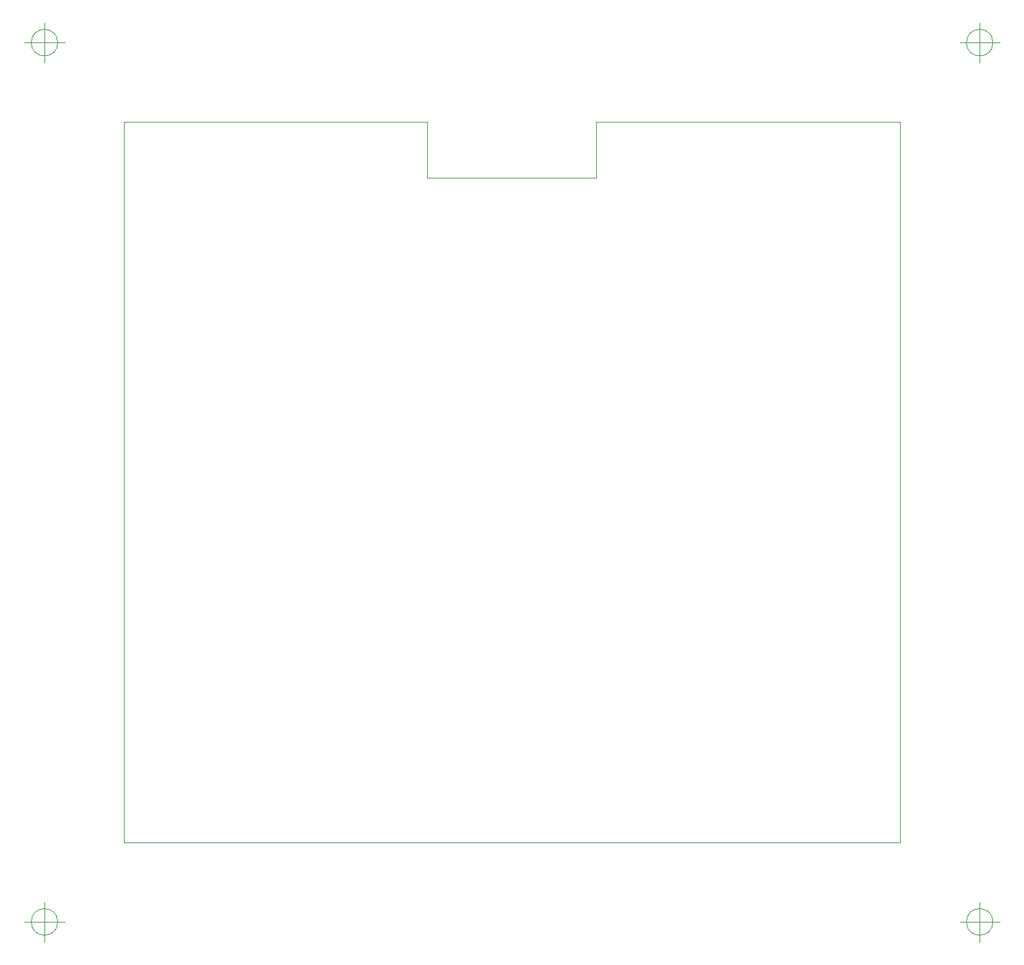
<source format=gbr>
%TF.GenerationSoftware,KiCad,Pcbnew,(5.1.12)-1*%
%TF.CreationDate,2022-03-11T14:49:08+01:00*%
%TF.ProjectId,ESP_S3-CP-24_Platform,4553505f-5333-42d4-9350-2d32345f506c,R0.8*%
%TF.SameCoordinates,Original*%
%TF.FileFunction,Profile,NP*%
%FSLAX46Y46*%
G04 Gerber Fmt 4.6, Leading zero omitted, Abs format (unit mm)*
G04 Created by KiCad (PCBNEW (5.1.12)-1) date 2022-03-11 14:49:09*
%MOMM*%
%LPD*%
G01*
G04 APERTURE LIST*
%TA.AperFunction,Profile*%
%ADD10C,0.050000*%
%TD*%
G04 APERTURE END LIST*
D10*
X155750666Y-219169000D02*
G75*
G03*
X155750666Y-219169000I-1666666J0D01*
G01*
X151584000Y-219169000D02*
X156584000Y-219169000D01*
X154084000Y-216669000D02*
X154084000Y-221669000D01*
X273286666Y-219169000D02*
G75*
G03*
X273286666Y-219169000I-1666666J0D01*
G01*
X269120000Y-219169000D02*
X274120000Y-219169000D01*
X271620000Y-216669000D02*
X271620000Y-221669000D01*
X273286666Y-108618000D02*
G75*
G03*
X273286666Y-108618000I-1666666J0D01*
G01*
X269120000Y-108618000D02*
X274120000Y-108618000D01*
X271620000Y-106118000D02*
X271620000Y-111118000D01*
X155750666Y-108618000D02*
G75*
G03*
X155750666Y-108618000I-1666666J0D01*
G01*
X151584000Y-108618000D02*
X156584000Y-108618000D01*
X154084000Y-106118000D02*
X154084000Y-111118000D01*
X202184000Y-125603000D02*
X223393000Y-125603000D01*
X223393000Y-118618000D02*
X223520000Y-118618000D01*
X223393000Y-125603000D02*
X223393000Y-118618000D01*
X202184000Y-118618000D02*
X202184000Y-125603000D01*
X202184000Y-118618000D02*
X164084000Y-118618000D01*
X202184000Y-118618000D02*
X202184000Y-118618000D01*
X164084000Y-118618000D02*
X164084000Y-209169000D01*
X261620000Y-118618000D02*
X223520000Y-118618000D01*
X261620000Y-209169000D02*
X261620000Y-118618000D01*
X164084000Y-209169000D02*
X261620000Y-209169000D01*
M02*

</source>
